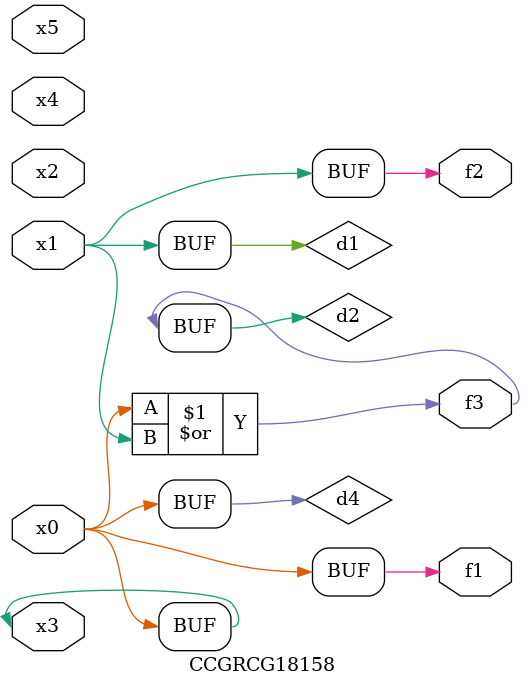
<source format=v>
module CCGRCG18158(
	input x0, x1, x2, x3, x4, x5,
	output f1, f2, f3
);

	wire d1, d2, d3, d4;

	and (d1, x1);
	or (d2, x0, x1);
	nand (d3, x0, x5);
	buf (d4, x0, x3);
	assign f1 = d4;
	assign f2 = d1;
	assign f3 = d2;
endmodule

</source>
